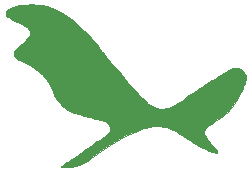
<source format=gbr>
G04 #@! TF.GenerationSoftware,KiCad,Pcbnew,(5.1.7)-1*
G04 #@! TF.CreationDate,2020-12-19T00:30:41-03:00*
G04 #@! TF.ProjectId,Sorting Hat,536f7274-696e-4672-9048-61742e6b6963,rev?*
G04 #@! TF.SameCoordinates,Original*
G04 #@! TF.FileFunction,Soldermask,Top*
G04 #@! TF.FilePolarity,Negative*
%FSLAX46Y46*%
G04 Gerber Fmt 4.6, Leading zero omitted, Abs format (unit mm)*
G04 Created by KiCad (PCBNEW (5.1.7)-1) date 2020-12-19 00:30:41*
%MOMM*%
%LPD*%
G01*
G04 APERTURE LIST*
%ADD10C,0.010000*%
G04 APERTURE END LIST*
D10*
G36*
X153266055Y-67284208D02*
G01*
X153701600Y-67342105D01*
X154126884Y-67439851D01*
X154543242Y-67577655D01*
X154952007Y-67755727D01*
X155354512Y-67974278D01*
X155557924Y-68101467D01*
X155818270Y-68276515D01*
X156062059Y-68451526D01*
X156296273Y-68632279D01*
X156527889Y-68824555D01*
X156763887Y-69034134D01*
X157011247Y-69266798D01*
X157258760Y-69510112D01*
X157389258Y-69641265D01*
X157508155Y-69762380D01*
X157618789Y-69877286D01*
X157724501Y-69989812D01*
X157828631Y-70103787D01*
X157934518Y-70223039D01*
X158045502Y-70351397D01*
X158164923Y-70492690D01*
X158296121Y-70650747D01*
X158442435Y-70829396D01*
X158607205Y-71032467D01*
X158793772Y-71263788D01*
X158856824Y-71342166D01*
X159216591Y-71788081D01*
X159553496Y-72202420D01*
X159869733Y-72587731D01*
X160167497Y-72946559D01*
X160448981Y-73281450D01*
X160716380Y-73594952D01*
X160971888Y-73889609D01*
X161217700Y-74167969D01*
X161456010Y-74432577D01*
X161689012Y-74685981D01*
X161918900Y-74930725D01*
X162147870Y-75169357D01*
X162210652Y-75233925D01*
X162453917Y-75469929D01*
X162686229Y-75667225D01*
X162909825Y-75827333D01*
X163126938Y-75951773D01*
X163339804Y-76042065D01*
X163449000Y-76075874D01*
X163600637Y-76103695D01*
X163776190Y-76114452D01*
X163961012Y-76108546D01*
X164140456Y-76086378D01*
X164284966Y-76052941D01*
X164356836Y-76030769D01*
X164426382Y-76007470D01*
X164495867Y-75981690D01*
X164567550Y-75952076D01*
X164643694Y-75917273D01*
X164726560Y-75875927D01*
X164818409Y-75826683D01*
X164921501Y-75768188D01*
X165038100Y-75699088D01*
X165170464Y-75618027D01*
X165320857Y-75523653D01*
X165491538Y-75414610D01*
X165684770Y-75289545D01*
X165902813Y-75147104D01*
X166147930Y-74985932D01*
X166422380Y-74804675D01*
X166728425Y-74601979D01*
X166920333Y-74474699D01*
X167257530Y-74251074D01*
X167561581Y-74049662D01*
X167834535Y-73869152D01*
X168078440Y-73708230D01*
X168295345Y-73565585D01*
X168487297Y-73439904D01*
X168656347Y-73329874D01*
X168804541Y-73234184D01*
X168933929Y-73151520D01*
X169046560Y-73080571D01*
X169144481Y-73020024D01*
X169229741Y-72968567D01*
X169304388Y-72924887D01*
X169370472Y-72887672D01*
X169430040Y-72855610D01*
X169485142Y-72827387D01*
X169513250Y-72813530D01*
X169655323Y-72746080D01*
X169769050Y-72697010D01*
X169862960Y-72663909D01*
X169945581Y-72644370D01*
X170025445Y-72635982D01*
X170111081Y-72636335D01*
X170136045Y-72637602D01*
X170284382Y-72657919D01*
X170416418Y-72703506D01*
X170541744Y-72779057D01*
X170669955Y-72889260D01*
X170688904Y-72907944D01*
X170819029Y-73061976D01*
X170907692Y-73222079D01*
X170954710Y-73387655D01*
X170959900Y-73558103D01*
X170932023Y-73703836D01*
X170901885Y-73794871D01*
X170856096Y-73916217D01*
X170797900Y-74060302D01*
X170730538Y-74219553D01*
X170657252Y-74386396D01*
X170581284Y-74553261D01*
X170505877Y-74712572D01*
X170461485Y-74802916D01*
X170283798Y-75141404D01*
X170105608Y-75444717D01*
X169922100Y-75719795D01*
X169728458Y-75973577D01*
X169519867Y-76213003D01*
X169387464Y-76350715D01*
X169202326Y-76529656D01*
X169028159Y-76681753D01*
X168853612Y-76816132D01*
X168667333Y-76941918D01*
X168599015Y-76984530D01*
X168359273Y-77134397D01*
X168142755Y-77275883D01*
X167952176Y-77407037D01*
X167790250Y-77525909D01*
X167659691Y-77630548D01*
X167563213Y-77719004D01*
X167534914Y-77749257D01*
X167466980Y-77844803D01*
X167415969Y-77952478D01*
X167388718Y-78056447D01*
X167386000Y-78094262D01*
X167403493Y-78206867D01*
X167455622Y-78342263D01*
X167541856Y-78499666D01*
X167661669Y-78678293D01*
X167814530Y-78877363D01*
X167999912Y-79096093D01*
X168217286Y-79333700D01*
X168238433Y-79356017D01*
X168331536Y-79455210D01*
X168398873Y-79530497D01*
X168444819Y-79587697D01*
X168473753Y-79632628D01*
X168490050Y-79671109D01*
X168496607Y-79699199D01*
X168504213Y-79768353D01*
X168493549Y-79808524D01*
X168457788Y-79825616D01*
X168390102Y-79825533D01*
X168354356Y-79822201D01*
X168218765Y-79797636D01*
X168052577Y-79748943D01*
X167855004Y-79675826D01*
X167625257Y-79577990D01*
X167362548Y-79455137D01*
X167311916Y-79430450D01*
X167141715Y-79345918D01*
X166983507Y-79264757D01*
X166831848Y-79183753D01*
X166681295Y-79099696D01*
X166526405Y-79009371D01*
X166361735Y-78909568D01*
X166181842Y-78797074D01*
X165981282Y-78668677D01*
X165754612Y-78521164D01*
X165608000Y-78424901D01*
X165375211Y-78273081D01*
X165172185Y-78143981D01*
X164994598Y-78035215D01*
X164838123Y-77944401D01*
X164698435Y-77869155D01*
X164571209Y-77807094D01*
X164452120Y-77755835D01*
X164336843Y-77712994D01*
X164284659Y-77695699D01*
X163979720Y-77613150D01*
X163680820Y-77563797D01*
X163382287Y-77547806D01*
X163078451Y-77565346D01*
X162763639Y-77616582D01*
X162432181Y-77701682D01*
X162263666Y-77755225D01*
X161899137Y-77887382D01*
X161524192Y-78042784D01*
X161136798Y-78222565D01*
X160734922Y-78427861D01*
X160316529Y-78659808D01*
X159879588Y-78919541D01*
X159422064Y-79208195D01*
X158941924Y-79526905D01*
X158437135Y-79876806D01*
X158337250Y-79947635D01*
X158077073Y-80131274D01*
X157846193Y-80290655D01*
X157640764Y-80427854D01*
X157456941Y-80544952D01*
X157290878Y-80644026D01*
X157138730Y-80727156D01*
X156996652Y-80796420D01*
X156860797Y-80853897D01*
X156727321Y-80901666D01*
X156592377Y-80941805D01*
X156452121Y-80976394D01*
X156421666Y-80983139D01*
X156346923Y-80994737D01*
X156239347Y-81005275D01*
X156108431Y-81014392D01*
X155963668Y-81021727D01*
X155814553Y-81026918D01*
X155670580Y-81029604D01*
X155541242Y-81029423D01*
X155436032Y-81026015D01*
X155389791Y-81022415D01*
X155335183Y-81013552D01*
X155303940Y-81002482D01*
X155301001Y-80998241D01*
X155318082Y-80983128D01*
X155365990Y-80947076D01*
X155440599Y-80893028D01*
X155537782Y-80823925D01*
X155653413Y-80742712D01*
X155783366Y-80652330D01*
X155867209Y-80594432D01*
X156240506Y-80337135D01*
X156598504Y-80089978D01*
X156939776Y-79853959D01*
X157262897Y-79630076D01*
X157566441Y-79419327D01*
X157848982Y-79222709D01*
X158109092Y-79041221D01*
X158345347Y-78875861D01*
X158556320Y-78727625D01*
X158740585Y-78597512D01*
X158896715Y-78486520D01*
X159023285Y-78395647D01*
X159118869Y-78325890D01*
X159182040Y-78278247D01*
X159207865Y-78257106D01*
X159322376Y-78129339D01*
X159398319Y-77990961D01*
X159434165Y-77845106D01*
X159436950Y-77787416D01*
X159418178Y-77625149D01*
X159366067Y-77477004D01*
X159287894Y-77357069D01*
X159254078Y-77320278D01*
X159216786Y-77286671D01*
X159172707Y-77255091D01*
X159118531Y-77224384D01*
X159050944Y-77193396D01*
X158966636Y-77160970D01*
X158862294Y-77125952D01*
X158734608Y-77087188D01*
X158580265Y-77043521D01*
X158395953Y-76993798D01*
X158178362Y-76936863D01*
X157924179Y-76871561D01*
X157818666Y-76844658D01*
X157603790Y-76789689D01*
X157395642Y-76735945D01*
X157198924Y-76684671D01*
X157018337Y-76637116D01*
X156858582Y-76594527D01*
X156724361Y-76558152D01*
X156620375Y-76529238D01*
X156551325Y-76509033D01*
X156538083Y-76504842D01*
X156383838Y-76447485D01*
X156212016Y-76372034D01*
X156034797Y-76284733D01*
X155864363Y-76191828D01*
X155712893Y-76099561D01*
X155615578Y-76031927D01*
X155384213Y-75835917D01*
X155166755Y-75608619D01*
X154971202Y-75359757D01*
X154805554Y-75099057D01*
X154731429Y-74956937D01*
X154693491Y-74877932D01*
X154642397Y-74771463D01*
X154583285Y-74648240D01*
X154521295Y-74518975D01*
X154479837Y-74432500D01*
X154326713Y-74130574D01*
X154171469Y-73861645D01*
X154007997Y-73616564D01*
X153830186Y-73386185D01*
X153631927Y-73161357D01*
X153628411Y-73157601D01*
X153348711Y-72887081D01*
X153036300Y-72635772D01*
X152698238Y-72408385D01*
X152341587Y-72209628D01*
X151973406Y-72044213D01*
X151939217Y-72030841D01*
X151745991Y-71951666D01*
X151591164Y-71877193D01*
X151471470Y-71804624D01*
X151383643Y-71731161D01*
X151324419Y-71654006D01*
X151290532Y-71570359D01*
X151278717Y-71477423D01*
X151278631Y-71464718D01*
X151284806Y-71388643D01*
X151304331Y-71313328D01*
X151339900Y-71235294D01*
X151394209Y-71151063D01*
X151469950Y-71057158D01*
X151569817Y-70950101D01*
X151696505Y-70826413D01*
X151852708Y-70682616D01*
X151955803Y-70590481D01*
X152137880Y-70426288D01*
X152288406Y-70283777D01*
X152409942Y-70159561D01*
X152505048Y-70050251D01*
X152576288Y-69952462D01*
X152626220Y-69862806D01*
X152657408Y-69777897D01*
X152672411Y-69694345D01*
X152674701Y-69639771D01*
X152658505Y-69531991D01*
X152609075Y-69427031D01*
X152523355Y-69319372D01*
X152465668Y-69262564D01*
X152428093Y-69229495D01*
X152386370Y-69196960D01*
X152336426Y-69162667D01*
X152274188Y-69124326D01*
X152195584Y-69079646D01*
X152096541Y-69026336D01*
X151972987Y-68962105D01*
X151820849Y-68884663D01*
X151636054Y-68791720D01*
X151568026Y-68757664D01*
X151385767Y-68665718D01*
X151217997Y-68579561D01*
X151068627Y-68501294D01*
X150941566Y-68433020D01*
X150840725Y-68376842D01*
X150770014Y-68334860D01*
X150733342Y-68309178D01*
X150732716Y-68308592D01*
X150665377Y-68217378D01*
X150632337Y-68110006D01*
X150632645Y-67993769D01*
X150665357Y-67875959D01*
X150729523Y-67763871D01*
X150815382Y-67672193D01*
X150880338Y-67623881D01*
X150958153Y-67581234D01*
X151055560Y-67541634D01*
X151179292Y-67502462D01*
X151336081Y-67461099D01*
X151394583Y-67446913D01*
X151884512Y-67347512D01*
X152358845Y-67287122D01*
X152818914Y-67265950D01*
X153266055Y-67284208D01*
G37*
X153266055Y-67284208D02*
X153701600Y-67342105D01*
X154126884Y-67439851D01*
X154543242Y-67577655D01*
X154952007Y-67755727D01*
X155354512Y-67974278D01*
X155557924Y-68101467D01*
X155818270Y-68276515D01*
X156062059Y-68451526D01*
X156296273Y-68632279D01*
X156527889Y-68824555D01*
X156763887Y-69034134D01*
X157011247Y-69266798D01*
X157258760Y-69510112D01*
X157389258Y-69641265D01*
X157508155Y-69762380D01*
X157618789Y-69877286D01*
X157724501Y-69989812D01*
X157828631Y-70103787D01*
X157934518Y-70223039D01*
X158045502Y-70351397D01*
X158164923Y-70492690D01*
X158296121Y-70650747D01*
X158442435Y-70829396D01*
X158607205Y-71032467D01*
X158793772Y-71263788D01*
X158856824Y-71342166D01*
X159216591Y-71788081D01*
X159553496Y-72202420D01*
X159869733Y-72587731D01*
X160167497Y-72946559D01*
X160448981Y-73281450D01*
X160716380Y-73594952D01*
X160971888Y-73889609D01*
X161217700Y-74167969D01*
X161456010Y-74432577D01*
X161689012Y-74685981D01*
X161918900Y-74930725D01*
X162147870Y-75169357D01*
X162210652Y-75233925D01*
X162453917Y-75469929D01*
X162686229Y-75667225D01*
X162909825Y-75827333D01*
X163126938Y-75951773D01*
X163339804Y-76042065D01*
X163449000Y-76075874D01*
X163600637Y-76103695D01*
X163776190Y-76114452D01*
X163961012Y-76108546D01*
X164140456Y-76086378D01*
X164284966Y-76052941D01*
X164356836Y-76030769D01*
X164426382Y-76007470D01*
X164495867Y-75981690D01*
X164567550Y-75952076D01*
X164643694Y-75917273D01*
X164726560Y-75875927D01*
X164818409Y-75826683D01*
X164921501Y-75768188D01*
X165038100Y-75699088D01*
X165170464Y-75618027D01*
X165320857Y-75523653D01*
X165491538Y-75414610D01*
X165684770Y-75289545D01*
X165902813Y-75147104D01*
X166147930Y-74985932D01*
X166422380Y-74804675D01*
X166728425Y-74601979D01*
X166920333Y-74474699D01*
X167257530Y-74251074D01*
X167561581Y-74049662D01*
X167834535Y-73869152D01*
X168078440Y-73708230D01*
X168295345Y-73565585D01*
X168487297Y-73439904D01*
X168656347Y-73329874D01*
X168804541Y-73234184D01*
X168933929Y-73151520D01*
X169046560Y-73080571D01*
X169144481Y-73020024D01*
X169229741Y-72968567D01*
X169304388Y-72924887D01*
X169370472Y-72887672D01*
X169430040Y-72855610D01*
X169485142Y-72827387D01*
X169513250Y-72813530D01*
X169655323Y-72746080D01*
X169769050Y-72697010D01*
X169862960Y-72663909D01*
X169945581Y-72644370D01*
X170025445Y-72635982D01*
X170111081Y-72636335D01*
X170136045Y-72637602D01*
X170284382Y-72657919D01*
X170416418Y-72703506D01*
X170541744Y-72779057D01*
X170669955Y-72889260D01*
X170688904Y-72907944D01*
X170819029Y-73061976D01*
X170907692Y-73222079D01*
X170954710Y-73387655D01*
X170959900Y-73558103D01*
X170932023Y-73703836D01*
X170901885Y-73794871D01*
X170856096Y-73916217D01*
X170797900Y-74060302D01*
X170730538Y-74219553D01*
X170657252Y-74386396D01*
X170581284Y-74553261D01*
X170505877Y-74712572D01*
X170461485Y-74802916D01*
X170283798Y-75141404D01*
X170105608Y-75444717D01*
X169922100Y-75719795D01*
X169728458Y-75973577D01*
X169519867Y-76213003D01*
X169387464Y-76350715D01*
X169202326Y-76529656D01*
X169028159Y-76681753D01*
X168853612Y-76816132D01*
X168667333Y-76941918D01*
X168599015Y-76984530D01*
X168359273Y-77134397D01*
X168142755Y-77275883D01*
X167952176Y-77407037D01*
X167790250Y-77525909D01*
X167659691Y-77630548D01*
X167563213Y-77719004D01*
X167534914Y-77749257D01*
X167466980Y-77844803D01*
X167415969Y-77952478D01*
X167388718Y-78056447D01*
X167386000Y-78094262D01*
X167403493Y-78206867D01*
X167455622Y-78342263D01*
X167541856Y-78499666D01*
X167661669Y-78678293D01*
X167814530Y-78877363D01*
X167999912Y-79096093D01*
X168217286Y-79333700D01*
X168238433Y-79356017D01*
X168331536Y-79455210D01*
X168398873Y-79530497D01*
X168444819Y-79587697D01*
X168473753Y-79632628D01*
X168490050Y-79671109D01*
X168496607Y-79699199D01*
X168504213Y-79768353D01*
X168493549Y-79808524D01*
X168457788Y-79825616D01*
X168390102Y-79825533D01*
X168354356Y-79822201D01*
X168218765Y-79797636D01*
X168052577Y-79748943D01*
X167855004Y-79675826D01*
X167625257Y-79577990D01*
X167362548Y-79455137D01*
X167311916Y-79430450D01*
X167141715Y-79345918D01*
X166983507Y-79264757D01*
X166831848Y-79183753D01*
X166681295Y-79099696D01*
X166526405Y-79009371D01*
X166361735Y-78909568D01*
X166181842Y-78797074D01*
X165981282Y-78668677D01*
X165754612Y-78521164D01*
X165608000Y-78424901D01*
X165375211Y-78273081D01*
X165172185Y-78143981D01*
X164994598Y-78035215D01*
X164838123Y-77944401D01*
X164698435Y-77869155D01*
X164571209Y-77807094D01*
X164452120Y-77755835D01*
X164336843Y-77712994D01*
X164284659Y-77695699D01*
X163979720Y-77613150D01*
X163680820Y-77563797D01*
X163382287Y-77547806D01*
X163078451Y-77565346D01*
X162763639Y-77616582D01*
X162432181Y-77701682D01*
X162263666Y-77755225D01*
X161899137Y-77887382D01*
X161524192Y-78042784D01*
X161136798Y-78222565D01*
X160734922Y-78427861D01*
X160316529Y-78659808D01*
X159879588Y-78919541D01*
X159422064Y-79208195D01*
X158941924Y-79526905D01*
X158437135Y-79876806D01*
X158337250Y-79947635D01*
X158077073Y-80131274D01*
X157846193Y-80290655D01*
X157640764Y-80427854D01*
X157456941Y-80544952D01*
X157290878Y-80644026D01*
X157138730Y-80727156D01*
X156996652Y-80796420D01*
X156860797Y-80853897D01*
X156727321Y-80901666D01*
X156592377Y-80941805D01*
X156452121Y-80976394D01*
X156421666Y-80983139D01*
X156346923Y-80994737D01*
X156239347Y-81005275D01*
X156108431Y-81014392D01*
X155963668Y-81021727D01*
X155814553Y-81026918D01*
X155670580Y-81029604D01*
X155541242Y-81029423D01*
X155436032Y-81026015D01*
X155389791Y-81022415D01*
X155335183Y-81013552D01*
X155303940Y-81002482D01*
X155301001Y-80998241D01*
X155318082Y-80983128D01*
X155365990Y-80947076D01*
X155440599Y-80893028D01*
X155537782Y-80823925D01*
X155653413Y-80742712D01*
X155783366Y-80652330D01*
X155867209Y-80594432D01*
X156240506Y-80337135D01*
X156598504Y-80089978D01*
X156939776Y-79853959D01*
X157262897Y-79630076D01*
X157566441Y-79419327D01*
X157848982Y-79222709D01*
X158109092Y-79041221D01*
X158345347Y-78875861D01*
X158556320Y-78727625D01*
X158740585Y-78597512D01*
X158896715Y-78486520D01*
X159023285Y-78395647D01*
X159118869Y-78325890D01*
X159182040Y-78278247D01*
X159207865Y-78257106D01*
X159322376Y-78129339D01*
X159398319Y-77990961D01*
X159434165Y-77845106D01*
X159436950Y-77787416D01*
X159418178Y-77625149D01*
X159366067Y-77477004D01*
X159287894Y-77357069D01*
X159254078Y-77320278D01*
X159216786Y-77286671D01*
X159172707Y-77255091D01*
X159118531Y-77224384D01*
X159050944Y-77193396D01*
X158966636Y-77160970D01*
X158862294Y-77125952D01*
X158734608Y-77087188D01*
X158580265Y-77043521D01*
X158395953Y-76993798D01*
X158178362Y-76936863D01*
X157924179Y-76871561D01*
X157818666Y-76844658D01*
X157603790Y-76789689D01*
X157395642Y-76735945D01*
X157198924Y-76684671D01*
X157018337Y-76637116D01*
X156858582Y-76594527D01*
X156724361Y-76558152D01*
X156620375Y-76529238D01*
X156551325Y-76509033D01*
X156538083Y-76504842D01*
X156383838Y-76447485D01*
X156212016Y-76372034D01*
X156034797Y-76284733D01*
X155864363Y-76191828D01*
X155712893Y-76099561D01*
X155615578Y-76031927D01*
X155384213Y-75835917D01*
X155166755Y-75608619D01*
X154971202Y-75359757D01*
X154805554Y-75099057D01*
X154731429Y-74956937D01*
X154693491Y-74877932D01*
X154642397Y-74771463D01*
X154583285Y-74648240D01*
X154521295Y-74518975D01*
X154479837Y-74432500D01*
X154326713Y-74130574D01*
X154171469Y-73861645D01*
X154007997Y-73616564D01*
X153830186Y-73386185D01*
X153631927Y-73161357D01*
X153628411Y-73157601D01*
X153348711Y-72887081D01*
X153036300Y-72635772D01*
X152698238Y-72408385D01*
X152341587Y-72209628D01*
X151973406Y-72044213D01*
X151939217Y-72030841D01*
X151745991Y-71951666D01*
X151591164Y-71877193D01*
X151471470Y-71804624D01*
X151383643Y-71731161D01*
X151324419Y-71654006D01*
X151290532Y-71570359D01*
X151278717Y-71477423D01*
X151278631Y-71464718D01*
X151284806Y-71388643D01*
X151304331Y-71313328D01*
X151339900Y-71235294D01*
X151394209Y-71151063D01*
X151469950Y-71057158D01*
X151569817Y-70950101D01*
X151696505Y-70826413D01*
X151852708Y-70682616D01*
X151955803Y-70590481D01*
X152137880Y-70426288D01*
X152288406Y-70283777D01*
X152409942Y-70159561D01*
X152505048Y-70050251D01*
X152576288Y-69952462D01*
X152626220Y-69862806D01*
X152657408Y-69777897D01*
X152672411Y-69694345D01*
X152674701Y-69639771D01*
X152658505Y-69531991D01*
X152609075Y-69427031D01*
X152523355Y-69319372D01*
X152465668Y-69262564D01*
X152428093Y-69229495D01*
X152386370Y-69196960D01*
X152336426Y-69162667D01*
X152274188Y-69124326D01*
X152195584Y-69079646D01*
X152096541Y-69026336D01*
X151972987Y-68962105D01*
X151820849Y-68884663D01*
X151636054Y-68791720D01*
X151568026Y-68757664D01*
X151385767Y-68665718D01*
X151217997Y-68579561D01*
X151068627Y-68501294D01*
X150941566Y-68433020D01*
X150840725Y-68376842D01*
X150770014Y-68334860D01*
X150733342Y-68309178D01*
X150732716Y-68308592D01*
X150665377Y-68217378D01*
X150632337Y-68110006D01*
X150632645Y-67993769D01*
X150665357Y-67875959D01*
X150729523Y-67763871D01*
X150815382Y-67672193D01*
X150880338Y-67623881D01*
X150958153Y-67581234D01*
X151055560Y-67541634D01*
X151179292Y-67502462D01*
X151336081Y-67461099D01*
X151394583Y-67446913D01*
X151884512Y-67347512D01*
X152358845Y-67287122D01*
X152818914Y-67265950D01*
X153266055Y-67284208D01*
M02*

</source>
